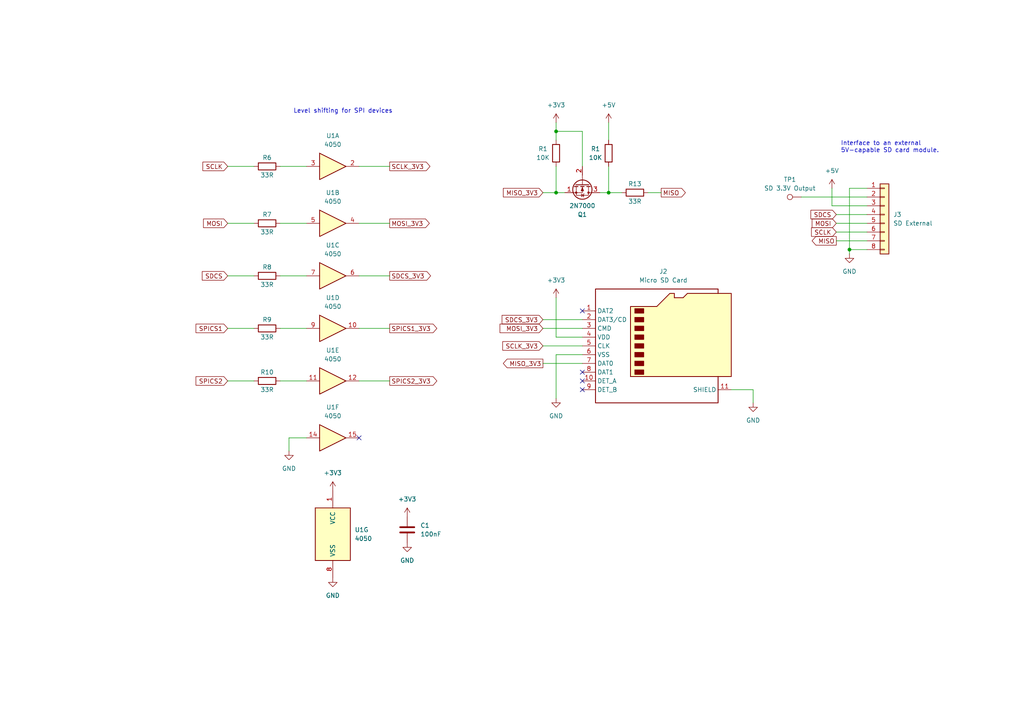
<source format=kicad_sch>
(kicad_sch (version 20230121) (generator eeschema)
  (paper "A4")
  (lib_symbols
    (symbol "4xxx:4050" (pin_names (offset 1.016))
      (property "Reference" "U" (at 0 1.27 0))
      (property "Value" "4050" (at 0 -1.27 0))
      (symbol "4050_1_0"
        (polyline (pts (xy -3.81 3.81) (xy -3.81 -3.81) (xy 3.81 0) (xy -3.81 3.81)) (stroke (width 0.254)) (fill (type background)))
        (pin output line (at 7.62 0 180) (length 3.81) (name "~") (number "2"))
        (pin input line (at -7.62 0 0) (length 3.81) (name "~") (number "3"))
      )
      (symbol "4050_2_0"
        (polyline (pts (xy -3.81 3.81) (xy -3.81 -3.81) (xy 3.81 0) (xy -3.81 3.81)) (stroke (width 0.254)) (fill (type background)))
        (pin output line (at 7.62 0 180) (length 3.81) (name "~") (number "4"))
        (pin input line (at -7.62 0 0) (length 3.81) (name "~") (number "5"))
      )
      (symbol "4050_3_0"
        (polyline (pts (xy -3.81 3.81) (xy -3.81 -3.81) (xy 3.81 0) (xy -3.81 3.81)) (stroke (width 0.254)) (fill (type background)))
        (pin output line (at 7.62 0 180) (length 3.81) (name "~") (number "6"))
        (pin input line (at -7.62 0 0) (length 3.81) (name "~") (number "7"))
      )
      (symbol "4050_4_0"
        (polyline (pts (xy -3.81 3.81) (xy -3.81 -3.81) (xy 3.81 0) (xy -3.81 3.81)) (stroke (width 0.254)) (fill (type background)))
        (pin output line (at 7.62 0 180) (length 3.81) (name "~") (number "10"))
        (pin input line (at -7.62 0 0) (length 3.81) (name "~") (number "9"))
      )
      (symbol "4050_5_0"
        (polyline (pts (xy -3.81 3.81) (xy -3.81 -3.81) (xy 3.81 0) (xy -3.81 3.81)) (stroke (width 0.254)) (fill (type background)))
        (pin input line (at -7.62 0 0) (length 3.81) (name "~") (number "11"))
        (pin output line (at 7.62 0 180) (length 3.81) (name "~") (number "12"))
      )
      (symbol "4050_6_0"
        (polyline (pts (xy -3.81 3.81) (xy -3.81 -3.81) (xy 3.81 0) (xy -3.81 3.81)) (stroke (width 0.254)) (fill (type background)))
        (pin input line (at -7.62 0 0) (length 3.81) (name "~") (number "14"))
        (pin output line (at 7.62 0 180) (length 3.81) (name "~") (number "15"))
      )
      (symbol "4050_7_0"
        (pin power_in line (at 0 12.7 270) (length 5.08) (name "VCC") (number "1"))
        (pin power_in line (at 0 -12.7 90) (length 5.08) (name "VSS") (number "8"))
      )
      (symbol "4050_7_1"
        (rectangle (start -5.08 7.62) (end 5.08 -7.62) (stroke (width 0.254)) (fill (type background)))
      )
    )
    (symbol "Connector:Micro_SD_Card_Det2"
      (property "Reference" "J" (at -16.51 17.78 0))
      (property "Value" "Micro_SD_Card_Det2" (at 16.51 17.78 0))
      (symbol "Micro_SD_Card_Det2_0_1"
        (rectangle (start -7.62 -6.985) (end -5.08 -8.255) (stroke (width 0.254)) (fill (type outline)))
        (rectangle (start -7.62 -4.445) (end -5.08 -5.715) (stroke (width 0.254)) (fill (type outline)))
        (rectangle (start -7.62 -1.905) (end -5.08 -3.175) (stroke (width 0.254)) (fill (type outline)))
        (rectangle (start -7.62 0.635) (end -5.08 -0.635) (stroke (width 0.254)) (fill (type outline)))
        (rectangle (start -7.62 3.175) (end -5.08 1.905) (stroke (width 0.254)) (fill (type outline)))
        (rectangle (start -7.62 5.715) (end -5.08 4.445) (stroke (width 0.254)) (fill (type outline)))
        (rectangle (start -7.62 8.255) (end -5.08 6.985) (stroke (width 0.254)) (fill (type outline)))
        (rectangle (start -7.62 10.795) (end -5.08 9.525) (stroke (width 0.254)) (fill (type outline)))
        (polyline (pts (xy 16.51 15.24) (xy 16.51 16.51) (xy -19.05 16.51) (xy -19.05 -16.51) (xy 16.51 -16.51) (xy 16.51 -8.89)) (stroke (width 0.254)))
        (polyline (pts (xy -8.89 -8.89) (xy -8.89 11.43) (xy -1.27 11.43) (xy 2.54 15.24) (xy 3.81 15.24) (xy 3.81 13.97) (xy 6.35 13.97) (xy 7.62 15.24) (xy 20.32 15.24) (xy 20.32 -8.89) (xy -8.89 -8.89)) (stroke (width 0.254)) (fill (type background)))
      )
      (symbol "Micro_SD_Card_Det2_1_1"
        (pin bidirectional line (at -22.86 10.16 0) (length 3.81) (name "DAT2") (number "1"))
        (pin passive line (at -22.86 -10.16 0) (length 3.81) (name "DET_A") (number "10"))
        (pin passive line (at 20.32 -12.7 180) (length 3.81) (name "SHIELD") (number "11"))
        (pin bidirectional line (at -22.86 7.62 0) (length 3.81) (name "DAT3/CD") (number "2"))
        (pin input line (at -22.86 5.08 0) (length 3.81) (name "CMD") (number "3"))
        (pin power_in line (at -22.86 2.54 0) (length 3.81) (name "VDD") (number "4"))
        (pin input line (at -22.86 0 0) (length 3.81) (name "CLK") (number "5"))
        (pin power_in line (at -22.86 -2.54 0) (length 3.81) (name "VSS") (number "6"))
        (pin bidirectional line (at -22.86 -5.08 0) (length 3.81) (name "DAT0") (number "7"))
        (pin bidirectional line (at -22.86 -7.62 0) (length 3.81) (name "DAT1") (number "8"))
        (pin passive line (at -22.86 -12.7 0) (length 3.81) (name "DET_B") (number "9"))
      )
    )
    (symbol "Connector:TestPoint" (pin_numbers hide) (pin_names (offset 0.762) hide)
      (property "Reference" "TP" (at 0 6.858 0))
      (property "Value" "TestPoint" (at 0 5.08 0))
      (symbol "TestPoint_0_1"
        (circle (center 0 3.302) (radius 0.762))
      )
      (symbol "TestPoint_1_1"
        (pin passive line (at 0 0 90) (length 2.54) (name "1") (number "1"))
      )
    )
    (symbol "Connector_Generic:Conn_01x08" (pin_names (offset 1.016) hide)
      (property "Reference" "J" (at 0 10.16 0))
      (property "Value" "Conn_01x08" (at 0 -12.7 0))
      (symbol "Conn_01x08_1_1"
        (rectangle (start -1.27 -10.033) (end 0 -10.287) (stroke (width 0.1524)))
        (rectangle (start -1.27 -7.493) (end 0 -7.747) (stroke (width 0.1524)))
        (rectangle (start -1.27 -4.953) (end 0 -5.207) (stroke (width 0.1524)))
        (rectangle (start -1.27 -2.413) (end 0 -2.667) (stroke (width 0.1524)))
        (rectangle (start -1.27 0.127) (end 0 -0.127) (stroke (width 0.1524)))
        (rectangle (start -1.27 2.667) (end 0 2.413) (stroke (width 0.1524)))
        (rectangle (start -1.27 5.207) (end 0 4.953) (stroke (width 0.1524)))
        (rectangle (start -1.27 7.747) (end 0 7.493) (stroke (width 0.1524)))
        (rectangle (start -1.27 8.89) (end 1.27 -11.43) (stroke (width 0.254)) (fill (type background)))
        (pin passive line (at -5.08 7.62 0) (length 3.81) (name "Pin_1") (number "1"))
        (pin passive line (at -5.08 5.08 0) (length 3.81) (name "Pin_2") (number "2"))
        (pin passive line (at -5.08 2.54 0) (length 3.81) (name "Pin_3") (number "3"))
        (pin passive line (at -5.08 0 0) (length 3.81) (name "Pin_4") (number "4"))
        (pin passive line (at -5.08 -2.54 0) (length 3.81) (name "Pin_5") (number "5"))
        (pin passive line (at -5.08 -5.08 0) (length 3.81) (name "Pin_6") (number "6"))
        (pin passive line (at -5.08 -7.62 0) (length 3.81) (name "Pin_7") (number "7"))
        (pin passive line (at -5.08 -10.16 0) (length 3.81) (name "Pin_8") (number "8"))
      )
    )
    (symbol "Device:C" (pin_numbers hide) (pin_names (offset 0.254))
      (property "Reference" "C" (at 0.635 2.54 0))
      (property "Value" "C" (at 0.635 -2.54 0))
      (symbol "C_0_1"
        (polyline (pts (xy -2.032 -0.762) (xy 2.032 -0.762)) (stroke (width 0.508)))
        (polyline (pts (xy -2.032 0.762) (xy 2.032 0.762)) (stroke (width 0.508)))
      )
      (symbol "C_1_1"
        (pin passive line (at 0 3.81 270) (length 2.794) (name "~") (number "1"))
        (pin passive line (at 0 -3.81 90) (length 2.794) (name "~") (number "2"))
      )
    )
    (symbol "Device:R" (pin_numbers hide) (pin_names (offset 0))
      (property "Reference" "R" (at 2.032 0 90))
      (property "Value" "R" (at 0 0 90))
      (symbol "R_0_1"
        (rectangle (start -1.016 -2.54) (end 1.016 2.54) (stroke (width 0.254)))
      )
      (symbol "R_1_1"
        (pin passive line (at 0 3.81 270) (length 1.27) (name "~") (number "1"))
        (pin passive line (at 0 -3.81 90) (length 1.27) (name "~") (number "2"))
      )
    )
    (symbol "Transistor_FET:2N7000" (pin_names hide)
      (property "Reference" "Q" (at 5.08 1.905 0))
      (property "Value" "2N7000" (at 5.08 0 0))
      (symbol "2N7000_0_1"
        (polyline (pts (xy 0.254 0) (xy -2.54 0)))
        (polyline (pts (xy 0.254 1.905) (xy 0.254 -1.905)) (stroke (width 0.254)))
        (polyline (pts (xy 0.762 -1.27) (xy 0.762 -2.286)) (stroke (width 0.254)))
        (polyline (pts (xy 0.762 0.508) (xy 0.762 -0.508)) (stroke (width 0.254)))
        (polyline (pts (xy 0.762 2.286) (xy 0.762 1.27)) (stroke (width 0.254)))
        (polyline (pts (xy 2.54 2.54) (xy 2.54 1.778)))
        (polyline (pts (xy 2.54 -2.54) (xy 2.54 0) (xy 0.762 0)))
        (polyline (pts (xy 0.762 -1.778) (xy 3.302 -1.778) (xy 3.302 1.778) (xy 0.762 1.778)))
        (polyline (pts (xy 1.016 0) (xy 2.032 0.381) (xy 2.032 -0.381) (xy 1.016 0)) (fill (type outline)))
        (polyline (pts (xy 2.794 0.508) (xy 2.921 0.381) (xy 3.683 0.381) (xy 3.81 0.254)))
        (polyline (pts (xy 3.302 0.381) (xy 2.921 -0.254) (xy 3.683 -0.254) (xy 3.302 0.381)))
        (circle (center 1.651 0) (radius 2.794) (stroke (width 0.254)))
        (circle (center 2.54 -1.778) (radius 0.254) (fill (type outline)))
        (circle (center 2.54 1.778) (radius 0.254) (fill (type outline)))
      )
      (symbol "2N7000_1_1"
        (pin passive line (at 2.54 -5.08 90) (length 2.54) (name "S") (number "1"))
        (pin input line (at -5.08 0 0) (length 2.54) (name "G") (number "2"))
        (pin passive line (at 2.54 5.08 270) (length 2.54) (name "D") (number "3"))
      )
    )
    (symbol "power:+3V3" (power) (pin_names (offset 0))
      (property "Value" "+3V3" (at 0 3.556 0))
      (symbol "+3V3_0_1"
        (polyline (pts (xy -0.762 1.27) (xy 0 2.54)))
        (polyline (pts (xy 0 0) (xy 0 2.54)))
        (polyline (pts (xy 0 2.54) (xy 0.762 1.27)))
      )
      (symbol "+3V3_1_1"
        (pin power_in line (at 0 0 90) (length 0) hide (name "+3V3") (number "1"))
      )
    )
    (symbol "power:+5V" (power) (pin_names (offset 0))
      (property "Value" "+5V" (at 0 3.556 0))
      (symbol "+5V_0_1"
        (polyline (pts (xy -0.762 1.27) (xy 0 2.54)))
        (polyline (pts (xy 0 0) (xy 0 2.54)))
        (polyline (pts (xy 0 2.54) (xy 0.762 1.27)))
      )
      (symbol "+5V_1_1"
        (pin power_in line (at 0 0 90) (length 0) hide (name "+5V") (number "1"))
      )
    )
    (symbol "power:GND" (power) (pin_names (offset 0))
      (property "Value" "GND" (at 0 -3.81 0))
      (symbol "GND_0_1"
        (polyline (pts (xy 0 0) (xy 0 -1.27) (xy 1.27 -1.27) (xy 0 -2.54) (xy -1.27 -1.27) (xy 0 -1.27)))
      )
      (symbol "GND_1_1"
        (pin power_in line (at 0 0 270) (length 0) hide (name "GND") (number "1"))
      )
    )
  )
  (junction (at 161.29 55.88))
  (junction (at 176.53 55.88))
  (junction (at 161.29 38.1))
  (junction (at 246.38 72.39))
  (no_connect (at 168.91 107.95))
  (no_connect (at 168.91 110.49))
  (no_connect (at 168.91 113.03))
  (no_connect (at 104.14 127))
  (no_connect (at 168.91 90.17))
  (wire (pts (xy 157.48 95.25) (xy 168.91 95.25)))
  (wire (pts (xy 88.9 127) (xy 83.82 127)))
  (wire (pts (xy 81.28 80.01) (xy 88.9 80.01)))
  (wire (pts (xy 104.14 110.49) (xy 113.03 110.49)))
  (wire (pts (xy 66.04 95.25) (xy 73.66 95.25)))
  (wire (pts (xy 161.29 97.79) (xy 161.29 86.36)))
  (wire (pts (xy 168.91 38.1) (xy 161.29 38.1)))
  (wire (pts (xy 83.82 127) (xy 83.82 130.81)))
  (wire (pts (xy 242.57 64.77) (xy 251.46 64.77)))
  (wire (pts (xy 161.29 38.1) (xy 161.29 40.64)))
  (wire (pts (xy 242.57 69.85) (xy 251.46 69.85)))
  (wire (pts (xy 157.48 55.88) (xy 161.29 55.88)))
  (wire (pts (xy 176.53 48.26) (xy 176.53 55.88)))
  (wire (pts (xy 81.28 48.26) (xy 88.9 48.26)))
  (wire (pts (xy 173.99 55.88) (xy 176.53 55.88)))
  (wire (pts (xy 246.38 72.39) (xy 246.38 73.66)))
  (wire (pts (xy 66.04 48.26) (xy 73.66 48.26)))
  (wire (pts (xy 168.91 102.87) (xy 161.29 102.87)))
  (wire (pts (xy 104.14 48.26) (xy 113.03 48.26)))
  (wire (pts (xy 251.46 59.69) (xy 241.3 59.69)))
  (wire (pts (xy 157.48 92.71) (xy 168.91 92.71)))
  (wire (pts (xy 66.04 64.77) (xy 73.66 64.77)))
  (wire (pts (xy 218.44 113.03) (xy 218.44 116.84)))
  (wire (pts (xy 104.14 64.77) (xy 113.03 64.77)))
  (wire (pts (xy 157.48 105.41) (xy 168.91 105.41)))
  (wire (pts (xy 232.41 57.15) (xy 251.46 57.15)))
  (wire (pts (xy 81.28 110.49) (xy 88.9 110.49)))
  (wire (pts (xy 104.14 95.25) (xy 113.03 95.25)))
  (wire (pts (xy 66.04 80.01) (xy 73.66 80.01)))
  (wire (pts (xy 241.3 59.69) (xy 241.3 54.61)))
  (wire (pts (xy 104.14 80.01) (xy 113.03 80.01)))
  (wire (pts (xy 168.91 97.79) (xy 161.29 97.79)))
  (wire (pts (xy 251.46 54.61) (xy 246.38 54.61)))
  (wire (pts (xy 187.96 55.88) (xy 191.77 55.88)))
  (wire (pts (xy 161.29 35.56) (xy 161.29 38.1)))
  (wire (pts (xy 161.29 102.87) (xy 161.29 115.57)))
  (wire (pts (xy 242.57 67.31) (xy 251.46 67.31)))
  (wire (pts (xy 161.29 55.88) (xy 163.83 55.88)))
  (wire (pts (xy 246.38 54.61) (xy 246.38 72.39)))
  (wire (pts (xy 81.28 95.25) (xy 88.9 95.25)))
  (wire (pts (xy 212.09 113.03) (xy 218.44 113.03)))
  (wire (pts (xy 161.29 48.26) (xy 161.29 55.88)))
  (wire (pts (xy 176.53 55.88) (xy 180.34 55.88)))
  (wire (pts (xy 246.38 72.39) (xy 251.46 72.39)))
  (wire (pts (xy 66.04 110.49) (xy 73.66 110.49)))
  (wire (pts (xy 168.91 48.26) (xy 168.91 38.1)))
  (wire (pts (xy 176.53 35.56) (xy 176.53 40.64)))
  (wire (pts (xy 242.57 62.23) (xy 251.46 62.23)))
  (wire (pts (xy 81.28 64.77) (xy 88.9 64.77)))
  (wire (pts (xy 157.48 100.33) (xy 168.91 100.33)))
  (text "Level shifting for SPI devices" (at 85.09 33.02 0) (effects (font (size 1.27 1.27)) (justify left bottom)))
  (text "Interface to an external\n5V-capable SD card module." (at 243.84 44.45 0) (effects (font (size 1.27 1.27)) (justify left bottom)))
  (global_label "SCLK_3V3" (shape output) (at 113.03 48.26 0) (property "Intersheetrefs" "${INTERSHEET_REFS}" (effects hide)))
  (global_label "MISO" (shape output) (at 191.77 55.88 0) (property "Intersheetrefs" "${INTERSHEET_REFS}" (effects hide)))
  (global_label "SCLK" (shape input) (at 242.57 67.31 180) (property "Intersheetrefs" "${INTERSHEET_REFS}" (effects hide)))
  (global_label "SDCS_3V3" (shape input) (at 157.48 92.71 180) (property "Intersheetrefs" "${INTERSHEET_REFS}" (effects hide)))
  (global_label "MISO" (shape output) (at 242.57 69.85 180) (property "Intersheetrefs" "${INTERSHEET_REFS}" (effects hide)))
  (global_label "MISO_3V3" (shape output) (at 157.48 105.41 180) (property "Intersheetrefs" "${INTERSHEET_REFS}" (effects hide)))
  (global_label " MOSI_3V3" (shape input) (at 157.48 95.25 180) (property "Intersheetrefs" "${INTERSHEET_REFS}" (effects hide)))
  (global_label "SPICS1" (shape input) (at 66.04 95.25 180) (property "Intersheetrefs" "${INTERSHEET_REFS}" (effects hide)))
  (global_label "MOSI_3V3" (shape output) (at 113.03 64.77 0) (property "Intersheetrefs" "${INTERSHEET_REFS}" (effects hide)))
  (global_label "SCLK_3V3" (shape input) (at 157.48 100.33 180) (property "Intersheetrefs" "${INTERSHEET_REFS}" (effects hide)))
  (global_label "MOSI" (shape input) (at 66.04 64.77 180) (property "Intersheetrefs" "${INTERSHEET_REFS}" (effects hide)))
  (global_label "MISO_3V3" (shape input) (at 157.48 55.88 180) (property "Intersheetrefs" "${INTERSHEET_REFS}" (effects hide)))
  (global_label "SPICS1_3V3" (shape output) (at 113.03 95.25 0) (property "Intersheetrefs" "${INTERSHEET_REFS}" (effects hide)))
  (global_label "SDCS_3V3" (shape output) (at 113.03 80.01 0) (property "Intersheetrefs" "${INTERSHEET_REFS}" (effects hide)))
  (global_label "SCLK" (shape input) (at 66.04 48.26 180) (property "Intersheetrefs" "${INTERSHEET_REFS}" (effects hide)))
  (global_label "SDCS" (shape input) (at 66.04 80.01 180) (property "Intersheetrefs" "${INTERSHEET_REFS}" (effects hide)))
  (global_label "SPICS2" (shape input) (at 66.04 110.49 180) (property "Intersheetrefs" "${INTERSHEET_REFS}" (effects hide)))
  (global_label "SDCS" (shape input) (at 242.57 62.23 180) (property "Intersheetrefs" "${INTERSHEET_REFS}" (effects hide)))
  (global_label "SPICS2_3V3" (shape output) (at 113.03 110.49 0) (property "Intersheetrefs" "${INTERSHEET_REFS}" (effects hide)))
  (global_label "MOSI" (shape input) (at 242.57 64.77 180) (property "Intersheetrefs" "${INTERSHEET_REFS}" (effects hide)))
  (symbol (lib_id "power:GND") (at 218.44 116.84 0) (unit 1)
    (property "Reference" "#PWR019" (effects hide))
    (property "Value" "GND" (at 218.44 121.92 0))
  )
  (symbol (lib_id "4xxx:4050") (at 96.52 154.94 0) (unit 7)
    (property "Reference" "U1" (at 102.87 153.67 0) (effects (justify left)))
    (property "Value" "4050" (at 102.87 156.21 0) (effects (justify left)))
    (property "Footprint" "Package_DIP:DIP-16_W7.62mm" (effects hide))
    (property "Datasheet" "http://www.intersil.com/content/dam/intersil/documents/cd40/cd4050bms.pdf" (effects hide))
  )
  (symbol (lib_id "4xxx:4050") (at 96.52 64.77 0) (unit 2)
    (property "Reference" "U1" (at 96.52 55.88 0))
    (property "Value" "4050" (at 96.52 58.42 0))
    (property "Footprint" "Package_DIP:DIP-16_W7.62mm" (effects hide))
    (property "Datasheet" "http://www.intersil.com/content/dam/intersil/documents/cd40/cd4050bms.pdf" (effects hide))
  )
  (symbol (lib_id "Connector:Micro_SD_Card_Det2") (at 191.77 100.33 0) (unit 1)
    (property "Reference" "J2" (at 192.405 78.74 0))
    (property "Value" "Micro SD Card" (at 192.405 81.28 0))
    (property "Footprint" "Connector_Card:microSD_HC_Hirose_DM3BT-DSF-PEJS" (effects hide))
    (property "Datasheet" "https://www.hirose.com/en/product/document?clcode=&productname=&series=DM3&documenttype=Catalog&lang=en&documentid=D49662_en" (effects hide))
  )
  (symbol (lib_id "4xxx:4050") (at 96.52 95.25 0) (unit 4)
    (property "Reference" "U1" (at 96.52 86.36 0))
    (property "Value" "4050" (at 96.52 88.9 0))
    (property "Footprint" "Package_DIP:DIP-16_W7.62mm" (effects hide))
    (property "Datasheet" "http://www.intersil.com/content/dam/intersil/documents/cd40/cd4050bms.pdf" (effects hide))
  )
  (symbol (lib_id "power:GND") (at 246.38 73.66 0) (unit 1)
    (property "Reference" "#PWR021" (effects hide))
    (property "Value" "GND" (at 246.38 78.74 0))
  )
  (symbol (lib_id "4xxx:4050") (at 96.52 80.01 0) (unit 3)
    (property "Reference" "U1" (at 96.52 71.12 0))
    (property "Value" "4050" (at 96.52 73.66 0))
    (property "Footprint" "Package_DIP:DIP-16_W7.62mm" (effects hide))
    (property "Datasheet" "http://www.intersil.com/content/dam/intersil/documents/cd40/cd4050bms.pdf" (effects hide))
  )
  (symbol (lib_id "Device:R") (at 77.47 110.49 270) (unit 1)
    (property "Reference" "R10" (at 77.47 107.95 90))
    (property "Value" "33R" (at 77.47 113.03 90))
    (property "Footprint" "Resistor_THT:R_Axial_DIN0207_L6.3mm_D2.5mm_P7.62mm_Horizontal" (effects hide))
  )
  (symbol (lib_id "power:+5V") (at 176.53 35.56 0) (unit 1)
    (property "Reference" "#PWR018" (effects hide))
    (property "Value" "+5V" (at 176.53 30.48 0))
  )
  (symbol (lib_id "Device:R") (at 161.29 44.45 180) (unit 1)
    (property "Reference" "R1" (at 157.48 43.18 0))
    (property "Value" "10K" (at 157.48 45.72 0))
    (property "Footprint" "Resistor_THT:R_Axial_DIN0207_L6.3mm_D2.5mm_P7.62mm_Horizontal" (effects hide))
    (instances (project "IoBoard" (path "" (reference "R1") (unit 1)) (path "" (reference "R17") (unit 1)) (path "" (reference "R11") (unit 1))))
  )
  (symbol (lib_id "Device:R") (at 176.53 44.45 180) (unit 1)
    (property "Reference" "R1" (at 172.72 43.18 0))
    (property "Value" "10K" (at 172.72 45.72 0))
    (property "Footprint" "Resistor_THT:R_Axial_DIN0207_L6.3mm_D2.5mm_P7.62mm_Horizontal" (effects hide))
    (instances (project "IoBoard" (path "" (reference "R1") (unit 1)) (path "" (reference "R17") (unit 1)) (path "" (reference "R12") (unit 1))))
  )
  (symbol (lib_id "power:+5V") (at 241.3 54.61 0) (unit 1)
    (property "Reference" "#PWR020" (effects hide))
    (property "Value" "+5V" (at 241.3 49.53 0))
  )
  (symbol (lib_id "Device:C") (at 118.11 153.67 0) (unit 1)
    (property "Reference" "C1" (at 121.92 152.4 0) (effects (justify left)))
    (property "Value" "100nF" (at 121.92 154.94 0) (effects (justify left)))
    (property "Footprint" "Capacitor_THT:C_Disc_D5.0mm_W2.5mm_P5.00mm" (effects hide))
  )
  (symbol (lib_id "4xxx:4050") (at 96.52 127 0) (unit 6)
    (property "Reference" "U1" (at 96.52 118.11 0))
    (property "Value" "4050" (at 96.52 120.65 0))
    (property "Footprint" "Package_DIP:DIP-16_W7.62mm" (effects hide))
    (property "Datasheet" "http://www.intersil.com/content/dam/intersil/documents/cd40/cd4050bms.pdf" (effects hide))
  )
  (symbol (lib_id "Connector:TestPoint") (at 232.41 57.15 90) (unit 1)
    (property "Reference" "TP1" (at 229.108 52.07 90))
    (property "Value" "SD 3.3V Output" (at 229.108 54.61 90))
    (property "Footprint" "TestPoint:TestPoint_Pad_D1.0mm" (effects hide))
  )
  (symbol (lib_id "4xxx:4050") (at 96.52 110.49 0) (unit 5)
    (property "Reference" "U1" (at 96.52 101.6 0))
    (property "Value" "4050" (at 96.52 104.14 0))
    (property "Footprint" "Package_DIP:DIP-16_W7.62mm" (effects hide))
    (property "Datasheet" "http://www.intersil.com/content/dam/intersil/documents/cd40/cd4050bms.pdf" (effects hide))
  )
  (symbol (lib_id "power:+3V3") (at 96.52 142.24 0) (unit 1)
    (property "Reference" "#PWR011" (effects hide))
    (property "Value" "+3V3" (at 96.52 137.16 0))
  )
  (symbol (lib_id "Device:R") (at 184.15 55.88 270) (unit 1)
    (property "Reference" "R13" (at 184.15 53.34 90))
    (property "Value" "33R" (at 184.15 58.42 90))
    (property "Footprint" "Resistor_THT:R_Axial_DIN0207_L6.3mm_D2.5mm_P7.62mm_Horizontal" (effects hide))
  )
  (symbol (lib_id "power:GND") (at 161.29 115.57 0) (unit 1)
    (property "Reference" "#PWR017" (effects hide))
    (property "Value" "GND" (at 161.29 120.65 0))
  )
  (symbol (lib_id "Device:R") (at 77.47 64.77 270) (unit 1)
    (property "Reference" "R7" (at 77.47 62.23 90))
    (property "Value" "33R" (at 77.47 67.31 90))
    (property "Footprint" "Resistor_THT:R_Axial_DIN0207_L6.3mm_D2.5mm_P7.62mm_Horizontal" (effects hide))
  )
  (symbol (lib_id "Device:R") (at 77.47 80.01 270) (unit 1)
    (property "Reference" "R8" (at 77.47 77.47 90))
    (property "Value" "33R" (at 77.47 82.55 90))
    (property "Footprint" "Resistor_THT:R_Axial_DIN0207_L6.3mm_D2.5mm_P7.62mm_Horizontal" (effects hide))
  )
  (symbol (lib_id "power:GND") (at 118.11 157.48 0) (unit 1)
    (property "Reference" "#PWR014" (effects hide))
    (property "Value" "GND" (at 118.11 162.56 0))
  )
  (symbol (lib_id "Connector_Generic:Conn_01x08") (at 256.54 62.23 0) (unit 1)
    (property "Reference" "J3" (at 259.08 62.23 0) (effects (justify left)))
    (property "Value" "SD External" (at 259.08 64.77 0) (effects (justify left)))
    (property "Footprint" "Connector_PinSocket_2.54mm:PinSocket_1x08_P2.54mm_Vertical" (effects hide))
  )
  (symbol (lib_id "power:+3V3") (at 161.29 35.56 0) (unit 1)
    (property "Reference" "#PWR015" (effects hide))
    (property "Value" "+3V3" (at 161.29 30.48 0))
  )
  (symbol (lib_id "Device:R") (at 77.47 48.26 270) (unit 1)
    (property "Reference" "R6" (at 77.47 45.72 90))
    (property "Value" "33R" (at 77.47 50.8 90))
    (property "Footprint" "Resistor_THT:R_Axial_DIN0207_L6.3mm_D2.5mm_P7.62mm_Horizontal" (effects hide))
  )
  (symbol (lib_id "power:GND") (at 83.82 130.81 0) (unit 1)
    (property "Reference" "#PWR010" (effects hide))
    (property "Value" "GND" (at 83.82 135.89 0))
  )
  (symbol (lib_id "power:+3V3") (at 118.11 149.86 0) (unit 1)
    (property "Reference" "#PWR013" (effects hide))
    (property "Value" "+3V3" (at 118.11 144.78 0))
  )
  (symbol (lib_id "Transistor_FET:2N7000") (at 168.91 53.34 270) (unit 1)
    (property "Reference" "Q1" (at 168.91 62.23 90))
    (property "Value" "2N7000" (at 168.91 59.69 90))
    (property "Footprint" "Package_TO_SOT_THT:TO-92_Inline" (effects hide))
    (property "Datasheet" "https://www.vishay.com/docs/70226/70226.pdf" (effects hide))
  )
  (symbol (lib_id "4xxx:4050") (at 96.52 48.26 0) (unit 1)
    (property "Reference" "U1" (at 96.52 39.37 0))
    (property "Value" "4050" (at 96.52 41.91 0))
    (property "Footprint" "Package_DIP:DIP-16_W7.62mm" (effects hide))
    (property "Datasheet" "http://www.intersil.com/content/dam/intersil/documents/cd40/cd4050bms.pdf" (effects hide))
  )
  (symbol (lib_id "power:+3V3") (at 161.29 86.36 0) (unit 1)
    (property "Reference" "#PWR016" (effects hide))
    (property "Value" "+3V3" (at 161.29 81.28 0))
  )
  (symbol (lib_id "power:GND") (at 96.52 167.64 0) (unit 1)
    (property "Reference" "#PWR012" (effects hide))
    (property "Value" "GND" (at 96.52 172.72 0))
  )
  (symbol (lib_id "Device:R") (at 77.47 95.25 270) (unit 1)
    (property "Reference" "R9" (at 77.47 92.71 90))
    (property "Value" "33R" (at 77.47 97.79 90))
    (property "Footprint" "Resistor_THT:R_Axial_DIN0207_L6.3mm_D2.5mm_P7.62mm_Horizontal" (effects hide))
  )
)
</source>
